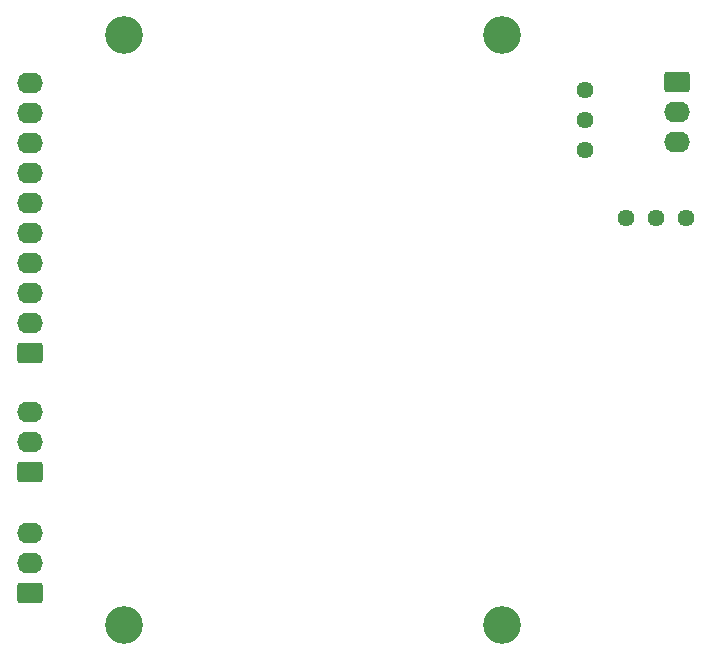
<source format=gbr>
%TF.GenerationSoftware,KiCad,Pcbnew,6.0.11-2627ca5db0~126~ubuntu22.04.1*%
%TF.CreationDate,2023-05-12T21:42:37+02:00*%
%TF.ProjectId,Etherwave-GateCV,45746865-7277-4617-9665-2d4761746543,rev?*%
%TF.SameCoordinates,Original*%
%TF.FileFunction,Soldermask,Bot*%
%TF.FilePolarity,Negative*%
%FSLAX46Y46*%
G04 Gerber Fmt 4.6, Leading zero omitted, Abs format (unit mm)*
G04 Created by KiCad (PCBNEW 6.0.11-2627ca5db0~126~ubuntu22.04.1) date 2023-05-12 21:42:37*
%MOMM*%
%LPD*%
G01*
G04 APERTURE LIST*
G04 Aperture macros list*
%AMRoundRect*
0 Rectangle with rounded corners*
0 $1 Rounding radius*
0 $2 $3 $4 $5 $6 $7 $8 $9 X,Y pos of 4 corners*
0 Add a 4 corners polygon primitive as box body*
4,1,4,$2,$3,$4,$5,$6,$7,$8,$9,$2,$3,0*
0 Add four circle primitives for the rounded corners*
1,1,$1+$1,$2,$3*
1,1,$1+$1,$4,$5*
1,1,$1+$1,$6,$7*
1,1,$1+$1,$8,$9*
0 Add four rect primitives between the rounded corners*
20,1,$1+$1,$2,$3,$4,$5,0*
20,1,$1+$1,$4,$5,$6,$7,0*
20,1,$1+$1,$6,$7,$8,$9,0*
20,1,$1+$1,$8,$9,$2,$3,0*%
G04 Aperture macros list end*
%ADD10C,3.200000*%
%ADD11RoundRect,0.250000X0.845000X-0.620000X0.845000X0.620000X-0.845000X0.620000X-0.845000X-0.620000X0*%
%ADD12O,2.190000X1.740000*%
%ADD13C,1.440000*%
%ADD14RoundRect,0.250000X-0.845000X0.620000X-0.845000X-0.620000X0.845000X-0.620000X0.845000X0.620000X0*%
G04 APERTURE END LIST*
D10*
%TO.C,H4*%
X100000000Y-105000000D03*
%TD*%
%TO.C,H3*%
X68000000Y-105000000D03*
%TD*%
%TO.C,H2*%
X68000000Y-55000000D03*
%TD*%
%TO.C,H1*%
X100000000Y-55000000D03*
%TD*%
D11*
%TO.C,J1*%
X60020000Y-81930000D03*
D12*
X60020000Y-79390000D03*
X60020000Y-76850000D03*
X60020000Y-74310000D03*
X60020000Y-71770000D03*
X60020000Y-69230000D03*
X60020000Y-66690000D03*
X60020000Y-64150000D03*
X60020000Y-61610000D03*
X60020000Y-59070000D03*
%TD*%
D11*
%TO.C,J4*%
X60020000Y-102290000D03*
D12*
X60020000Y-99750000D03*
X60020000Y-97210000D03*
%TD*%
D13*
%TO.C,RV2*%
X107000000Y-64790000D03*
X107000000Y-62250000D03*
X107000000Y-59710000D03*
%TD*%
%TO.C,RV1*%
X110460000Y-70500000D03*
X113000000Y-70500000D03*
X115540000Y-70500000D03*
%TD*%
D14*
%TO.C,J3*%
X114750000Y-58960000D03*
D12*
X114750000Y-61500000D03*
X114750000Y-64040000D03*
%TD*%
D11*
%TO.C,J2*%
X60000000Y-92040000D03*
D12*
X60000000Y-89500000D03*
X60000000Y-86960000D03*
%TD*%
M02*

</source>
